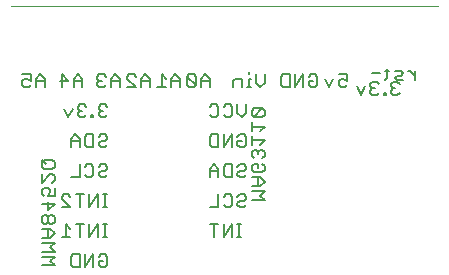
<source format=gbo>
G75*
G70*
%OFA0B0*%
%FSLAX24Y24*%
%IPPOS*%
%LPD*%
%AMOC8*
5,1,8,0,0,1.08239X$1,22.5*
%
%ADD10C,0.0000*%
%ADD11C,0.0070*%
D10*
X001643Y010601D02*
X015893Y010601D01*
D11*
X003108Y001953D02*
X002678Y001953D01*
X002678Y002240D02*
X003108Y002240D01*
X002965Y002096D01*
X003108Y001953D01*
X003650Y001957D02*
X003650Y002244D01*
X003722Y002316D01*
X003937Y002316D01*
X003937Y001886D01*
X003722Y001886D01*
X003650Y001957D01*
X004111Y001886D02*
X004111Y002316D01*
X004397Y002316D02*
X004111Y001886D01*
X004397Y001886D02*
X004397Y002316D01*
X004571Y002244D02*
X004643Y002316D01*
X004786Y002316D01*
X004858Y002244D01*
X004858Y001957D01*
X004786Y001886D01*
X004643Y001886D01*
X004571Y001957D01*
X004571Y002101D01*
X004714Y002101D01*
X004714Y002886D02*
X004858Y002886D01*
X004786Y002886D02*
X004786Y003316D01*
X004858Y003316D02*
X004714Y003316D01*
X004551Y003316D02*
X004264Y002886D01*
X004264Y003316D01*
X004091Y003316D02*
X003804Y003316D01*
X003947Y003316D02*
X003947Y002886D01*
X003630Y002886D02*
X003343Y002886D01*
X003487Y002886D02*
X003487Y003316D01*
X003630Y003173D01*
X003108Y003017D02*
X002965Y003160D01*
X002678Y003160D01*
X002750Y003334D02*
X002821Y003334D01*
X002893Y003405D01*
X002893Y003549D01*
X002821Y003621D01*
X002750Y003621D01*
X002678Y003549D01*
X002678Y003405D01*
X002750Y003334D01*
X002893Y003405D02*
X002965Y003334D01*
X003036Y003334D01*
X003108Y003405D01*
X003108Y003549D01*
X003036Y003621D01*
X002965Y003621D01*
X002893Y003549D01*
X002893Y003794D02*
X002893Y004081D01*
X002678Y004009D02*
X003108Y004009D01*
X002893Y003794D01*
X003343Y003886D02*
X003630Y003886D01*
X003343Y004173D01*
X003343Y004244D01*
X003415Y004316D01*
X003559Y004316D01*
X003630Y004244D01*
X003804Y004316D02*
X004091Y004316D01*
X003947Y004316D02*
X003947Y003886D01*
X004264Y003886D02*
X004264Y004316D01*
X004551Y004316D02*
X004264Y003886D01*
X004551Y003886D02*
X004551Y004316D01*
X004714Y004316D02*
X004858Y004316D01*
X004786Y004316D02*
X004786Y003886D01*
X004858Y003886D02*
X004714Y003886D01*
X004551Y003316D02*
X004551Y002886D01*
X003108Y003017D02*
X002965Y002873D01*
X002678Y002873D01*
X002678Y002700D02*
X003108Y002700D01*
X002965Y002556D01*
X003108Y002413D01*
X002678Y002413D01*
X002893Y002873D02*
X002893Y003160D01*
X002893Y004254D02*
X002965Y004398D01*
X002965Y004470D01*
X002893Y004541D01*
X002750Y004541D01*
X002678Y004470D01*
X002678Y004326D01*
X002750Y004254D01*
X002893Y004254D02*
X003108Y004254D01*
X003108Y004541D01*
X003036Y004715D02*
X003108Y004786D01*
X003108Y004930D01*
X003036Y005002D01*
X002965Y005002D01*
X002678Y004715D01*
X002678Y005002D01*
X002750Y005175D02*
X002678Y005247D01*
X002678Y005390D01*
X002750Y005462D01*
X003036Y005462D01*
X003108Y005390D01*
X003108Y005247D01*
X003036Y005175D01*
X002750Y005175D01*
X002821Y005319D02*
X002678Y005462D01*
X003650Y005886D02*
X003650Y006173D01*
X003794Y006316D01*
X003937Y006173D01*
X003937Y005886D01*
X004111Y005957D02*
X004111Y006244D01*
X004182Y006316D01*
X004397Y006316D01*
X004397Y005886D01*
X004182Y005886D01*
X004111Y005957D01*
X003937Y006101D02*
X003650Y006101D01*
X004571Y006029D02*
X004571Y005957D01*
X004643Y005886D01*
X004786Y005886D01*
X004858Y005957D01*
X004786Y006101D02*
X004643Y006101D01*
X004571Y006029D01*
X004786Y006101D02*
X004858Y006173D01*
X004858Y006244D01*
X004786Y006316D01*
X004643Y006316D01*
X004571Y006244D01*
X004643Y006886D02*
X004786Y006886D01*
X004858Y006957D01*
X004714Y007101D02*
X004643Y007101D01*
X004571Y007029D01*
X004571Y006957D01*
X004643Y006886D01*
X004643Y007101D02*
X004571Y007173D01*
X004571Y007244D01*
X004643Y007316D01*
X004786Y007316D01*
X004858Y007244D01*
X004397Y006957D02*
X004397Y006886D01*
X004326Y006886D01*
X004326Y006957D01*
X004397Y006957D01*
X004167Y006957D02*
X004096Y006886D01*
X003952Y006886D01*
X003880Y006957D01*
X003880Y007029D01*
X003952Y007101D01*
X004024Y007101D01*
X003952Y007101D02*
X003880Y007173D01*
X003880Y007244D01*
X003952Y007316D01*
X004096Y007316D01*
X004167Y007244D01*
X003707Y007173D02*
X003564Y006886D01*
X003420Y007173D01*
X003353Y007886D02*
X003353Y008316D01*
X003568Y008101D01*
X003281Y008101D01*
X003742Y008101D02*
X004029Y008101D01*
X004029Y008173D02*
X003885Y008316D01*
X003742Y008173D01*
X003742Y007886D01*
X004029Y007886D02*
X004029Y008173D01*
X004531Y008173D02*
X004603Y008101D01*
X004531Y008029D01*
X004531Y007957D01*
X004603Y007886D01*
X004747Y007886D01*
X004818Y007957D01*
X004992Y007886D02*
X004992Y008173D01*
X005135Y008316D01*
X005279Y008173D01*
X005279Y007886D01*
X005531Y007886D02*
X005818Y007886D01*
X005531Y008173D01*
X005531Y008244D01*
X005603Y008316D01*
X005747Y008316D01*
X005818Y008244D01*
X005992Y008173D02*
X005992Y007886D01*
X005992Y008101D02*
X006279Y008101D01*
X006279Y008173D02*
X006135Y008316D01*
X005992Y008173D01*
X006279Y008173D02*
X006279Y007886D01*
X006531Y007886D02*
X006818Y007886D01*
X006675Y007886D02*
X006675Y008316D01*
X006818Y008173D01*
X006992Y008173D02*
X006992Y007886D01*
X006992Y008101D02*
X007279Y008101D01*
X007279Y008173D02*
X007135Y008316D01*
X006992Y008173D01*
X007279Y008173D02*
X007279Y007886D01*
X007531Y007957D02*
X007603Y007886D01*
X007747Y007886D01*
X007818Y007957D01*
X007531Y008244D01*
X007531Y007957D01*
X007818Y007957D02*
X007818Y008244D01*
X007747Y008316D01*
X007603Y008316D01*
X007531Y008244D01*
X007992Y008173D02*
X007992Y007886D01*
X007992Y008101D02*
X008279Y008101D01*
X008279Y008173D02*
X008135Y008316D01*
X007992Y008173D01*
X008279Y008173D02*
X008279Y007886D01*
X008353Y007316D02*
X008497Y007316D01*
X008568Y007244D01*
X008568Y006957D01*
X008497Y006886D01*
X008353Y006886D01*
X008281Y006957D01*
X008281Y007244D02*
X008353Y007316D01*
X008742Y007244D02*
X008813Y007316D01*
X008957Y007316D01*
X009029Y007244D01*
X009029Y006957D01*
X008957Y006886D01*
X008813Y006886D01*
X008742Y006957D01*
X009202Y007029D02*
X009202Y007316D01*
X009489Y007316D02*
X009489Y007029D01*
X009346Y006886D01*
X009202Y007029D01*
X009678Y006970D02*
X009750Y006898D01*
X010036Y007185D01*
X009750Y007185D01*
X009678Y007113D01*
X009678Y006970D01*
X009750Y006898D02*
X010036Y006898D01*
X010108Y006970D01*
X010108Y007113D01*
X010036Y007185D01*
X009678Y006724D02*
X009678Y006438D01*
X009678Y006581D02*
X010108Y006581D01*
X009965Y006438D01*
X009678Y006264D02*
X009678Y005977D01*
X009678Y006121D02*
X010108Y006121D01*
X009965Y005977D01*
X009965Y005804D02*
X009893Y005732D01*
X009821Y005804D01*
X009750Y005804D01*
X009678Y005732D01*
X009678Y005589D01*
X009750Y005517D01*
X009750Y005343D02*
X009893Y005343D01*
X009893Y005200D01*
X009750Y005343D02*
X009678Y005272D01*
X009678Y005128D01*
X009750Y005056D01*
X010036Y005056D01*
X010108Y005128D01*
X010108Y005272D01*
X010036Y005343D01*
X010036Y005517D02*
X010108Y005589D01*
X010108Y005732D01*
X010036Y005804D01*
X009965Y005804D01*
X009893Y005732D02*
X009893Y005660D01*
X009489Y005957D02*
X009417Y005886D01*
X009274Y005886D01*
X009202Y005957D01*
X009202Y006101D01*
X009346Y006101D01*
X009489Y006244D02*
X009489Y005957D01*
X009489Y006244D02*
X009417Y006316D01*
X009274Y006316D01*
X009202Y006244D01*
X009029Y006316D02*
X008742Y005886D01*
X008742Y006316D01*
X008568Y006316D02*
X008353Y006316D01*
X008281Y006244D01*
X008281Y005957D01*
X008353Y005886D01*
X008568Y005886D01*
X008568Y006316D01*
X009029Y006316D02*
X009029Y005886D01*
X009029Y005316D02*
X008813Y005316D01*
X008742Y005244D01*
X008742Y004957D01*
X008813Y004886D01*
X009029Y004886D01*
X009029Y005316D01*
X009202Y005244D02*
X009274Y005316D01*
X009417Y005316D01*
X009489Y005244D01*
X009489Y005173D01*
X009417Y005101D01*
X009274Y005101D01*
X009202Y005029D01*
X009202Y004957D01*
X009274Y004886D01*
X009417Y004886D01*
X009489Y004957D01*
X009678Y004883D02*
X009965Y004883D01*
X010108Y004740D01*
X009965Y004596D01*
X009678Y004596D01*
X009893Y004596D02*
X009893Y004883D01*
X010108Y004423D02*
X009678Y004423D01*
X009489Y004244D02*
X009489Y004173D01*
X009417Y004101D01*
X009274Y004101D01*
X009202Y004029D01*
X009202Y003957D01*
X009274Y003886D01*
X009417Y003886D01*
X009489Y003957D01*
X009678Y004136D02*
X010108Y004136D01*
X009965Y004279D01*
X010108Y004423D01*
X009489Y004244D02*
X009417Y004316D01*
X009274Y004316D01*
X009202Y004244D01*
X009029Y004244D02*
X009029Y003957D01*
X008957Y003886D01*
X008813Y003886D01*
X008742Y003957D01*
X008568Y003886D02*
X008281Y003886D01*
X008568Y003886D02*
X008568Y004316D01*
X008742Y004244D02*
X008813Y004316D01*
X008957Y004316D01*
X009029Y004244D01*
X008568Y004886D02*
X008568Y005173D01*
X008425Y005316D01*
X008281Y005173D01*
X008281Y004886D01*
X008281Y005101D02*
X008568Y005101D01*
X008568Y003316D02*
X008281Y003316D01*
X008425Y003316D02*
X008425Y002886D01*
X008742Y002886D02*
X008742Y003316D01*
X009029Y003316D02*
X008742Y002886D01*
X009029Y002886D02*
X009029Y003316D01*
X009192Y003316D02*
X009336Y003316D01*
X009264Y003316D02*
X009264Y002886D01*
X009336Y002886D02*
X009192Y002886D01*
X004858Y004957D02*
X004786Y004886D01*
X004643Y004886D01*
X004571Y004957D01*
X004571Y005029D01*
X004643Y005101D01*
X004786Y005101D01*
X004858Y005173D01*
X004858Y005244D01*
X004786Y005316D01*
X004643Y005316D01*
X004571Y005244D01*
X004397Y005244D02*
X004326Y005316D01*
X004182Y005316D01*
X004111Y005244D01*
X003937Y005316D02*
X003937Y004886D01*
X003650Y004886D01*
X004111Y004957D02*
X004182Y004886D01*
X004326Y004886D01*
X004397Y004957D01*
X004397Y005244D01*
X002779Y007886D02*
X002779Y008173D01*
X002635Y008316D01*
X002492Y008173D01*
X002492Y007886D01*
X002318Y007957D02*
X002247Y007886D01*
X002103Y007886D01*
X002031Y007957D01*
X002031Y008101D01*
X002103Y008173D01*
X002175Y008173D01*
X002318Y008101D01*
X002318Y008316D01*
X002031Y008316D01*
X002492Y008101D02*
X002779Y008101D01*
X004531Y008173D02*
X004531Y008244D01*
X004603Y008316D01*
X004747Y008316D01*
X004818Y008244D01*
X004675Y008101D02*
X004603Y008101D01*
X004992Y008101D02*
X005279Y008101D01*
X009054Y008101D02*
X009054Y007886D01*
X009054Y008101D02*
X009125Y008173D01*
X009341Y008173D01*
X009341Y007886D01*
X009504Y007886D02*
X009647Y007886D01*
X009576Y007886D02*
X009576Y008173D01*
X009647Y008173D01*
X009576Y008316D02*
X009576Y008388D01*
X009821Y008316D02*
X009821Y008029D01*
X009964Y007886D01*
X010108Y008029D01*
X010108Y008316D01*
X010650Y008244D02*
X010650Y007957D01*
X010722Y007886D01*
X010937Y007886D01*
X010937Y008316D01*
X010722Y008316D01*
X010650Y008244D01*
X011111Y008316D02*
X011111Y007886D01*
X011397Y008316D01*
X011397Y007886D01*
X011571Y007957D02*
X011571Y008101D01*
X011714Y008101D01*
X011571Y007957D02*
X011643Y007886D01*
X011786Y007886D01*
X011858Y007957D01*
X011858Y008244D01*
X011786Y008316D01*
X011643Y008316D01*
X011571Y008244D01*
X012111Y008173D02*
X012254Y007886D01*
X012397Y008173D01*
X012571Y008101D02*
X012571Y007957D01*
X012643Y007886D01*
X012786Y007886D01*
X012858Y007957D01*
X012858Y008101D02*
X012714Y008173D01*
X012643Y008173D01*
X012571Y008101D01*
X012571Y008316D02*
X012858Y008316D01*
X012858Y008101D01*
X013170Y007923D02*
X013314Y007636D01*
X013457Y007923D01*
X013630Y007923D02*
X013702Y007851D01*
X013630Y007779D01*
X013630Y007707D01*
X013702Y007636D01*
X013846Y007636D01*
X013917Y007707D01*
X014076Y007707D02*
X014076Y007636D01*
X014147Y007636D01*
X014147Y007707D01*
X014076Y007707D01*
X014321Y007707D02*
X014393Y007636D01*
X014536Y007636D01*
X014608Y007707D01*
X014464Y007851D02*
X014393Y007851D01*
X014321Y007779D01*
X014321Y007707D01*
X014393Y007851D02*
X014321Y007923D01*
X014321Y007994D01*
X014393Y008066D01*
X014536Y008066D01*
X014608Y007994D01*
X014509Y008136D02*
X014437Y008207D01*
X014509Y008279D01*
X014653Y008279D01*
X014724Y008351D01*
X014653Y008423D01*
X014437Y008423D01*
X014264Y008423D02*
X014120Y008423D01*
X014192Y008494D02*
X014192Y008207D01*
X014120Y008136D01*
X013917Y007994D02*
X013846Y008066D01*
X013702Y008066D01*
X013630Y007994D01*
X013630Y007923D01*
X013702Y007851D02*
X013774Y007851D01*
X014509Y008136D02*
X014724Y008136D01*
X014893Y008423D02*
X014964Y008423D01*
X015108Y008279D01*
X015108Y008136D02*
X015108Y008423D01*
X013957Y008351D02*
X013670Y008351D01*
M02*

</source>
